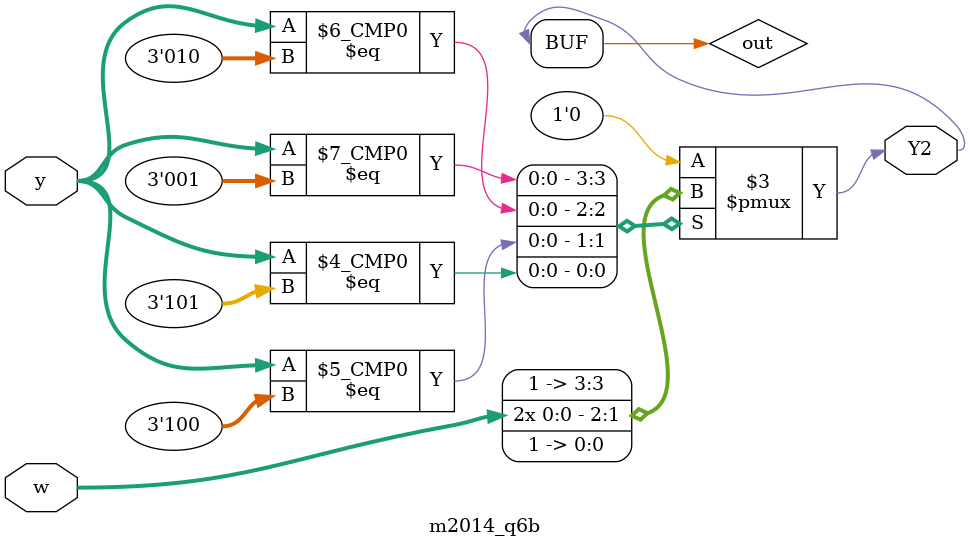
<source format=v>
module m2014_q6b(
	input [3:1] y,
	input w,
	output Y2
);
	// given a state machine diagram, implement the next-state logic for y[2]
	parameter A=3'd0, B=3'd1, C=3'd2, D=3'd3, E=3'd4, F=3'd5;
	reg out;
	
	always @(*) begin
		case (y)
			A: out = 0;
			B: out = 1;
			C: out = w;
			D: out = 0;
			E: out = w;
			F: out = 1;
			default: out = 0;
		endcase
	end
	
	assign Y2 = out;
	
endmodule

</source>
